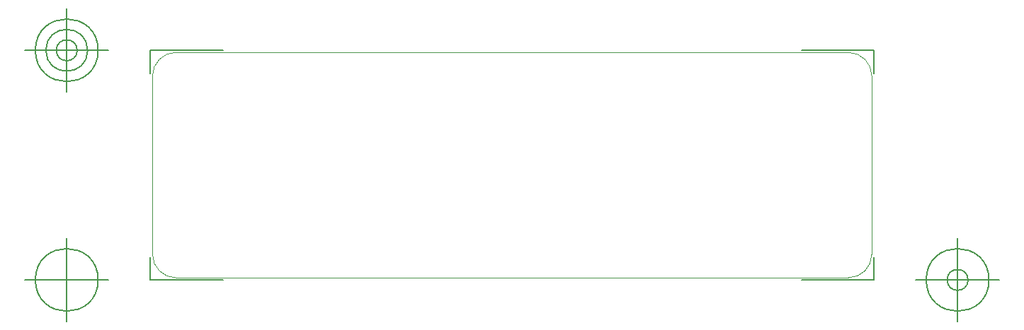
<source format=gbr>
G04 Generated by Ultiboard 14.1 *
%FSLAX34Y34*%
%MOMM*%

%ADD10C,0.0001*%
%ADD11C,0.0010*%
%ADD12C,0.1270*%


G04 ColorRGB 00FFFF for the following layer *
%LNBoard Outline*%
%LPD*%
G54D10*
G54D11*
X0Y241945D02*
X0Y28055D01*
G75*
D01*
G03X28055Y0I28055J0*
G01*
X831945Y0D01*
G75*
D01*
G03X860000Y28055I0J28055*
G01*
X860000Y241945D01*
G74*
D01*
G03X831945Y270000I28055J0*
G01*
X28055Y270000D01*
G75*
D01*
G03X0Y241945I0J-28055*
G01*
G54D12*
X-2540Y-2540D02*
X-2540Y24968D01*
X-2540Y-2540D02*
X83968Y-2540D01*
X862540Y-2540D02*
X776032Y-2540D01*
X862540Y-2540D02*
X862540Y24968D01*
X862540Y272540D02*
X862540Y245032D01*
X862540Y272540D02*
X776032Y272540D01*
X-2540Y272540D02*
X83968Y272540D01*
X-2540Y272540D02*
X-2540Y245032D01*
X-52540Y-2540D02*
X-152540Y-2540D01*
X-102540Y-52540D02*
X-102540Y47460D01*
X-140040Y-2540D02*
G75*
D01*
G02X-140040Y-2540I37500J0*
G01*
X912540Y-2540D02*
X1012540Y-2540D01*
X962540Y-52540D02*
X962540Y47460D01*
X925040Y-2540D02*
G75*
D01*
G02X925040Y-2540I37500J0*
G01*
X950040Y-2540D02*
G75*
D01*
G02X950040Y-2540I12500J0*
G01*
X-52540Y272540D02*
X-152540Y272540D01*
X-102540Y222540D02*
X-102540Y322540D01*
X-140040Y272540D02*
G75*
D01*
G02X-140040Y272540I37500J0*
G01*
X-127540Y272540D02*
G75*
D01*
G02X-127540Y272540I25000J0*
G01*
X-115040Y272540D02*
G75*
D01*
G02X-115040Y272540I12500J0*
G01*

M02*

</source>
